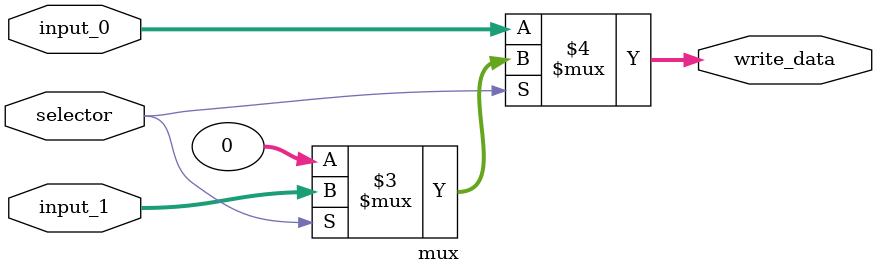
<source format=v>


module mux3inputs(input_1,input_2,input_3,selector,WriteData);

input wire[31:0] input_1,input_2,input_3;
input wire[1:0] selector;
output reg[31:0] WriteData;

always @(selector, input_1,input_2,input_3) begin
			case(selector)
				0 :  WriteData<= input_1;
				1 :  WriteData<= input_2;
				2 :  WriteData<= input_3;
				3 :  WriteData<= 0;
			endcase
	end

endmodule

module mux2inputs(input_1,input_2,selector,WriteData);

input wire[31:0] input_1,input_2;
input wire selector;
output reg[31:0] WriteData;

always @(selector, input_1,input_2) begin
			case(selector)
				0 :  WriteData<= input_1;
				1 :  WriteData<= input_2;
			endcase
	end

endmodule


module mux12bit(input_1,input_2,selector,WriteData);

input wire[11:0] input_1,input_2;
input wire selector;
output reg[11:0] WriteData;

always @(selector, input_1,input_2) begin
			case(selector)
				0 :  WriteData<= input_1;
				1 :  WriteData<= input_2;
			endcase
	end

endmodule

module mux5bit(input wire[4:0] input_1,input wire[4:0] input_2,input wire selector,output reg[4:0] write_data);
always @(selector or input_1 or input_2)
begin
case(selector )
0: write_data<=input_1;
1: write_data<=input_2;
endcase
end
endmodule

module mux32bit(input wire[31:0] input_1,input wire[31:0] input_2,input wire selector,output reg[31:0] write_data);
always @(selector)
begin
case(selector)
0: write_data<=input_1;
1: write_data<=input_2;
endcase
end
endmodule






//MUX
module MUX (Result,wd,MUXCtrl,WriteData);
	input[31:0] Result,wd;
	input MUXCtrl;

	output reg [31:0] WriteData;

	always @(MUXCtrl, Result, wd) begin
			case(MUXCtrl)
				0 :  WriteData<=wd;
				1 :  WriteData<= Result;
			endcase
	end

endmodule

module mux(input wire[31:0] input_0,input wire[31:0] input_1,input wire selector,output wire[31:0] write_data);

assign write_data=(selector==0)? input_0:
		  (selector==1)?input_1:0;

endmodule 
</source>
